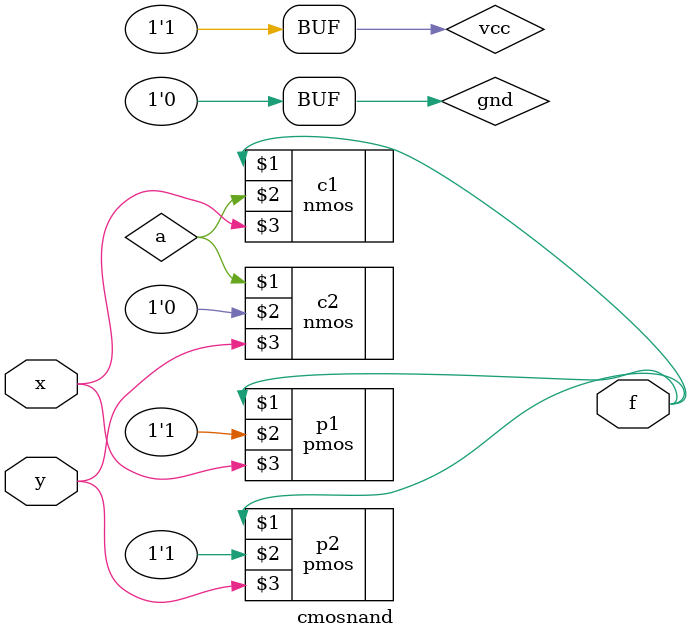
<source format=v>
module cmosnand(f,x,y);

input x,y;
output f;
 supply1 vcc;
 supply0 gnd;
 wire a;
 
 pmos p1(f,vcc,x);
 pmos p2(f,vcc,y);
 nmos c1(f,a,x);
 nmos c2(a,gnd,y);

endmodule
</source>
